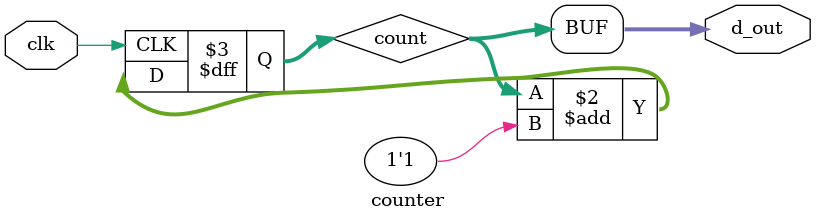
<source format=v>
`timescale 1ns/1ps

module counter(
	input clk,
	output [1:0] d_out
);
reg [1:0] count;
always @ (posedge clk) begin
	count <= count + 1'b1;
end
assign d_out = count;
endmodule

</source>
